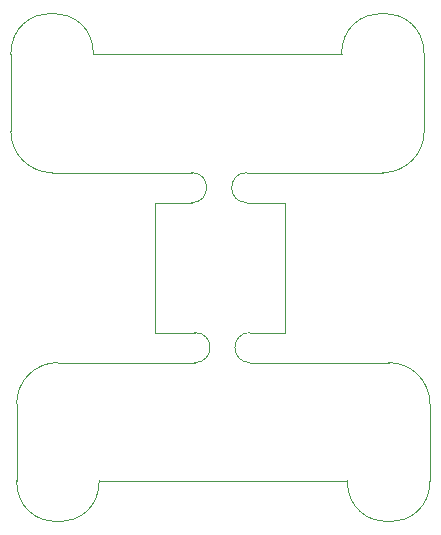
<source format=gbr>
%TF.GenerationSoftware,KiCad,Pcbnew,8.0.8*%
%TF.CreationDate,2025-04-24T20:49:58+02:00*%
%TF.ProjectId,IMU_PCBs,494d555f-5043-4427-932e-6b696361645f,rev?*%
%TF.SameCoordinates,Original*%
%TF.FileFunction,Profile,NP*%
%FSLAX46Y46*%
G04 Gerber Fmt 4.6, Leading zero omitted, Abs format (unit mm)*
G04 Created by KiCad (PCBNEW 8.0.8) date 2025-04-24 20:49:58*
%MOMM*%
%LPD*%
G01*
G04 APERTURE LIST*
%TA.AperFunction,Profile*%
%ADD10C,0.050000*%
%TD*%
G04 APERTURE END LIST*
D10*
X126770000Y-82510000D02*
X115170000Y-82510000D01*
X143170000Y-82510000D02*
X131430000Y-82510000D01*
X131430000Y-79970000D02*
X134380000Y-79970000D01*
X126770000Y-79970000D02*
X123380000Y-79970000D01*
X123380000Y-79970000D02*
X123380000Y-68970000D01*
X134380000Y-68970000D02*
X134380000Y-79970000D01*
X131150000Y-68970000D02*
X134380000Y-68970000D01*
X126490000Y-68970000D02*
X123380000Y-68970000D01*
X114680000Y-66430000D02*
X126490000Y-66430000D01*
X131150000Y-66430000D02*
X142680000Y-66430000D01*
X146670000Y-92510000D02*
X146670000Y-86010000D01*
X111670000Y-92510000D02*
X111670000Y-86010000D01*
X143170000Y-82510000D02*
G75*
G02*
X146670000Y-86010000I0J-3500000D01*
G01*
X118670000Y-92510000D02*
G75*
G02*
X111670000Y-92510000I-3500000J0D01*
G01*
X146670000Y-92510000D02*
G75*
G02*
X139670000Y-92510000I-3500000J0D01*
G01*
X111670000Y-86010000D02*
G75*
G02*
X115170000Y-82510000I3500000J0D01*
G01*
X139670000Y-92510000D02*
X118670000Y-92510000D01*
X111180000Y-56430000D02*
X111180000Y-62930000D01*
X114680000Y-66430000D02*
G75*
G02*
X111180000Y-62930000I0J3500000D01*
G01*
X146180000Y-56430000D02*
X146180000Y-62930000D01*
X139180000Y-56430000D02*
G75*
G02*
X146180000Y-56430000I3500000J0D01*
G01*
X118180000Y-56430000D02*
X139180000Y-56430000D01*
X146180000Y-62930000D02*
G75*
G02*
X142680000Y-66430000I-3500000J0D01*
G01*
X111180000Y-56430000D02*
G75*
G02*
X118180000Y-56430000I3500000J0D01*
G01*
%TO.C,mouse-bite-2.54mm-4.66mm*%
X126770000Y-79970000D02*
G75*
G02*
X126770000Y-82510000I0J-1270000D01*
G01*
X131430000Y-82510000D02*
G75*
G02*
X131430000Y-79970000I0J1270000D01*
G01*
X126490000Y-66430000D02*
G75*
G02*
X126490000Y-68970000I0J-1270000D01*
G01*
X131150000Y-68970000D02*
G75*
G02*
X131150000Y-66430000I0J1270000D01*
G01*
%TD*%
M02*

</source>
